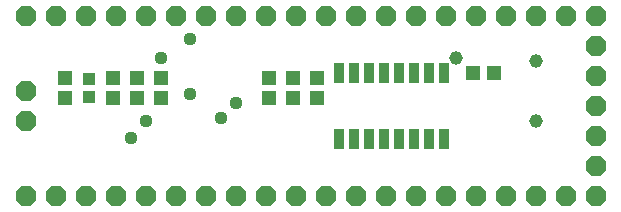
<source format=gbr>
G04 EAGLE Gerber RS-274X export*
G75*
%MOMM*%
%FSLAX34Y34*%
%LPD*%
%INSoldermask Bottom*%
%IPPOS*%
%AMOC8*
5,1,8,0,0,1.08239X$1,22.5*%
G01*
%ADD10R,0.863600X1.727200*%
%ADD11P,1.852186X8X112.500000*%
%ADD12P,1.852186X8X22.500000*%
%ADD13P,1.852186X8X202.500000*%
%ADD14R,1.283200X1.253200*%
%ADD15R,1.303200X1.203200*%
%ADD16R,1.253200X1.283200*%
%ADD17R,1.003200X1.003200*%
%ADD18C,1.109600*%
%ADD19C,1.159600*%


D10*
X367030Y60706D03*
X354330Y60706D03*
X341630Y60706D03*
X328930Y60706D03*
X316230Y60706D03*
X303530Y60706D03*
X290830Y60706D03*
X278130Y60706D03*
X278130Y117094D03*
X290830Y117094D03*
X303530Y117094D03*
X316230Y117094D03*
X328930Y117094D03*
X341630Y117094D03*
X354330Y117094D03*
X367030Y117094D03*
D11*
X495300Y38100D03*
X495300Y63500D03*
X495300Y88900D03*
X495300Y114300D03*
X495300Y139700D03*
D12*
X12700Y76200D03*
X12700Y101600D03*
X12700Y12700D03*
X38100Y12700D03*
X63500Y12700D03*
X88900Y12700D03*
X114300Y12700D03*
X139700Y12700D03*
X165100Y12700D03*
X190500Y12700D03*
X215900Y12700D03*
X241300Y12700D03*
X266700Y12700D03*
X292100Y12700D03*
X317500Y12700D03*
X342900Y12700D03*
X368300Y12700D03*
X393700Y12700D03*
X419100Y12700D03*
X444500Y12700D03*
X469900Y12700D03*
X495300Y12700D03*
D13*
X495300Y165100D03*
X469900Y165100D03*
X444500Y165100D03*
X419100Y165100D03*
X393700Y165100D03*
X368300Y165100D03*
X342900Y165100D03*
X317500Y165100D03*
X292100Y165100D03*
X266700Y165100D03*
X241300Y165100D03*
X215900Y165100D03*
X190500Y165100D03*
X165100Y165100D03*
X139700Y165100D03*
X114300Y165100D03*
X88900Y165100D03*
X63500Y165100D03*
X38100Y165100D03*
X12700Y165100D03*
D14*
X127000Y112890D03*
X127000Y95390D03*
X86360Y112890D03*
X86360Y95390D03*
X106680Y112890D03*
X106680Y95390D03*
D15*
X259080Y95640D03*
X259080Y112640D03*
X45720Y112640D03*
X45720Y95640D03*
D16*
X391300Y117094D03*
X408800Y117094D03*
D14*
X218440Y112890D03*
X218440Y95390D03*
X238760Y112890D03*
X238760Y95390D03*
D17*
X66040Y96640D03*
X66040Y111640D03*
D18*
X151580Y99060D03*
D19*
X444500Y127000D03*
X444500Y76200D03*
D18*
X152100Y146050D03*
X177800Y78740D03*
X101600Y62230D03*
X191100Y91440D03*
X114300Y76200D03*
X127000Y129540D03*
D19*
X377190Y129540D03*
M02*

</source>
